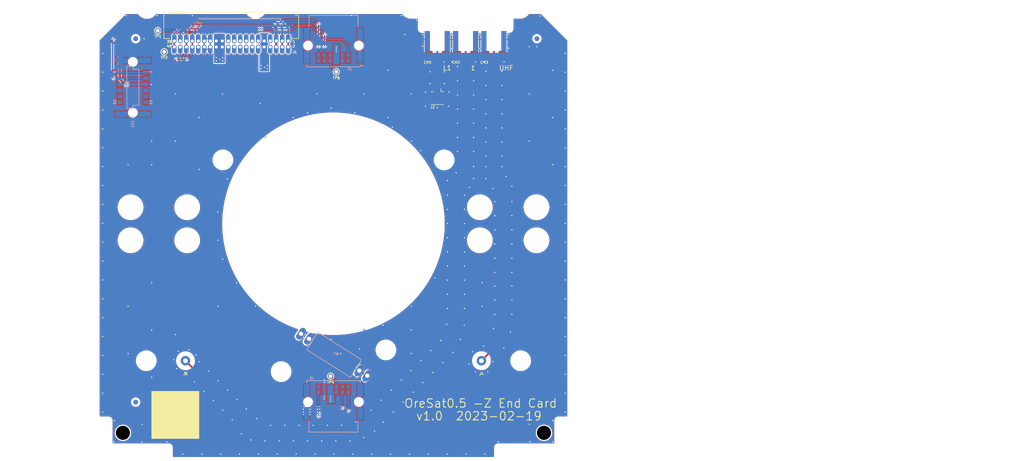
<source format=kicad_pcb>
(kicad_pcb (version 20221018) (generator pcbnew)
  (layers (0 "F.Cu" signal) (1 "In1.Cu" signal) (2 "In2.Cu" signal) (31 "B.Cu" signal) (34 "B.Paste" user) (35 "F.Paste" user) (36 "B.SilkS" user "B.Silkscreen") (37 "F.SilkS" user "F.Silkscreen") (38 "B.Mask" user) (39 "F.Mask" user) (44 "Edge.Cuts" user))
  (net 0 "")
  (net 1 "/CONNECTORS/MAG-SDA")
  (net 2 "GND")
  (net 3 "/CONNECTORS/MAG-SCL")
  (net 4 "/CONNECTORS/MAG-POWER")
  (net 9 "/L BAND/LBAND")
  (net 10 "/UHF/UHF")
  (net 11 "/CONNECTORS/~{SD}")
  (net 12 "/CONNECTORS/CAN1_H")
  (net 13 "/CONNECTORS/CAN1_L")
  (net 14 "/CONNECTORS/C3-UART-TX")
  (net 15 "/CONNECTORS/C3-UART-RX")
  (net 18 "/CONNECTORS/TURNSTILE-DEPLOY")
  (net 33 "/L1 BAND/L1BAND")
  (net 34 "VBUS")
  (net 35 "/CONNECTORS/+X_AUX")
  (net 36 "/CONNECTORS/-X_AUX")
  (footprint "MountingHole:MountingHole_5mm" (layer "F.Cu") (at 179.512902 99.005193)
    (fp_text reference "REF**" hide)
    (fp_text value "MountingHole_5mm")
  )
  (footprint "MountingHole:MountingHole_5mm" (layer "F.Cu") (at 105.512902 106.005193)
    (fp_text reference "REF**" hide)
    (fp_text value "MountingHole_5mm")
  )
  (footprint "oresat-connectors:J-MOLEX-SMPM-073300-002X" (layer "F.Cu") (at 176.500002 61.699993)
    (fp_text reference "CM2")
    (fp_text value "J-MOLEX-SMPM-73300-003X" hide)
  )
  (footprint "oresat-misc:TestPoint-0.75mm-th" (layer "F.Cu") (at 149.100002 70.299993 90)
    (fp_text reference "TP6")
    (fp_text value "TEST-POINT-LARGE-SQUARE" hide)
  )
  (footprint "MountingHole:MountingHole_5mm" (layer "F.Cu") (at 191.512902 99.005193)
    (fp_text reference "REF**" hide)
    (fp_text value "MountingHole_5mm")
  )
  (footprint "oresat-connectors:J-MOLEX-SMPM-073300-002X" (layer "F.Cu") (at 182.500002 61.699993)
    (fp_text reference "CM3")
    (fp_text value "J-MOLEX-SMPM-73300-003X" hide)
  )
  (footprint "MountingHole:MountingHole_5mm" (layer "F.Cu") (at 117.512902 99.005193)
    (fp_text reference "REF**" hide)
    (fp_text value "MountingHole_5mm")
  )
  (footprint "oresat-pcbs:ORESAT-CARD-V1.3-3RF" (layer "F.Cu") (at 148.5 102.5)
    (fp_text reference "PCB1" hide)
    (fp_text value "ORESAT-CARD-V1.3-GENERIC-3RF" hide)
    (fp_line (start -49.9 -39) (end -49.9 40.7) (stroke (width 0.001)) (layer "Edge.Cuts"))
    (fp_line (start -49.4 41.2) (end -47.65 41.2) (stroke (width 0.001)) (layer "Edge.Cuts"))
    (fp_line (start -47.15 41.7) (end -47.15 46.4) (stroke (width 0.001)) (layer "Edge.Cuts"))
    (fp_line (start -46.65 46.9) (end -34.9 46.9) (stroke (width 0.001)) (layer "Edge.Cuts"))
    (fp_line (start -44.1 -44.8) (end -49.9 -39) (stroke (width 0.001)) (layer "Edge.Cuts"))
    (fp_line (start -41.23205 -44.8) (end -44.1 -44.8) (stroke (width 0.001)) (layer "Edge.Cuts"))
    (fp_line (start -34.4 47.4) (end -34.4 49.3) (stroke (width 0.001)) (layer "Edge.Cuts"))
    (fp_line (start -33.9 49.8) (end 33.9 49.8) (stroke (width 0.001)) (layer "Edge.Cuts"))
    (fp_line (start -18.23205 -44.8) (end -37.76795 -44.8) (stroke (width 0.001)) (layer "Edge.Cuts"))
    (fp_line (start 14.76795 -44.8) (end -14.76795 -44.8) (stroke (width 0.001)) (layer "Edge.Cuts"))
    (fp_line (start 16.5 -43.8) (end 17.73205 -43.8) (stroke (width 0.001)) (layer "Edge.Cuts"))
    (fp_line (start 18.23205 -43.3) (end 18.23205 -41.3) (stroke (width 0.001)) (layer "Edge.Cuts"))
    (fp_line (start 18.73205 -40.8) (end 20.41 -40.8) (stroke (width 0.001)) (layer "Edge.Cuts"))
    (fp_line (start 20.41 -40.8) (end 20.41 -37.1) (stroke (width 0.001)) (layer "Edge.Cuts"))
    (fp_line (start 20.91 -36.6) (end 23.09 -36.6) (stroke (width 0.001)) (layer "Edge.Cuts"))
    (fp_line (start 23.59 -37.1) (end 23.59 -40.8) (stroke (width 0.001)) (layer "Edge.Cuts"))
    (fp_line (start 26.41 -40.8) (end 23.59 -40.8) (stroke (width 0.001)) (layer "Edge.Cuts"))
    (fp_line (start 26.41 -37.1) (end 26.41 -40.8) (stroke (width 0.001)) (layer "Edge.Cuts"))
    (fp_line (start 26.91 -36.6) (end 29.09 -36.6) (stroke (width 0.001)) (layer "Edge.Cuts"))
    (fp_line (start 29.59 -37.1) (end 29.59 -40.8) (stroke (width 0.001)) (layer "Edge.Cuts"))
    (fp_line (start 32.41 -40.8) (end 29.59 -40.8) (stroke (width 0.001)) (layer "Edge.Cuts"))
    (fp_line (start 32.41 -37.1) (end 32.41 -40.8) (stroke (width 0.001)) (layer "Edge.Cuts"))
    (fp_line (start 32.91 -36.6) (end 35.09 -36.6) (stroke (width 0.001)) (layer "Edge.Cuts"))
    (fp_line (start 34.4 49.3) (end 34.4 47.4) (stroke (width 0.001)) (layer "Edge.Cuts"))
    (fp_line (start 34.9 46.9) (end 46.65 46.9) (stroke (width 0.001)) (layer "Edge.Cuts"))
    (fp_line (start 35.59 -37.1) (end 35.59 -40.8) (stroke (width 0.001)) (layer "Edge.Cuts"))
    (fp_line (start 37.26795 -40.8) (end 35.59 -40.8) (stroke (width 0.001)) (layer "Edge.Cuts"))
    (fp_line (start 37.76795 -43.3) (end 37.76795 -41.3) (stroke (width 0.001)) (layer "Edge.Cuts"))
    (fp_line (start 39.5 -43.8) (end 38.26795 -43.8) (stroke (width 0.001)) (layer "Edge.Cuts"))
    (fp_line (start 44.1 -44.8) (end 41.23205 -44.8) (stroke (width 0.001)) (layer "Edge.Cuts"))
    (fp_line (start 47.15 46.4) (end 47.15 41.7) (stroke (width 0.001)) (layer "Edge.Cuts"))
    (fp_line (start 47.65 41.2) (end 49.4 41.2) (stroke (width 0.001)) (layer "Edge.Cuts"))
    (fp_line (start 49.9 -39) (end 44.1 -44.8) (stroke (width 0.001)) (layer "Edge.Cuts"))
    (fp_line (start 49.9 40.7) (end 49.9 -39) (stroke (width 0.001)) (layer "Edge.Cuts"))
    (fp_arc (start -49.4 41.2) (mid -49.753553 41.053553) (end -49.9 40.7) (stroke (width 0.001)) (layer "Edge.Cuts"))
    (fp_arc (start -47.65 41.2) (mid -47.296447 41.346447) (end -47.15 41.7) (stroke (width 0.001)) (layer "Edge.Cuts"))
    (fp_arc (start -46.65 46.9) (mid -47.003553 46.753553) (end -47.15 46.4) (stroke (width 0.001)) (layer "Edge.Cuts"))
    (fp_arc (start -37.767951 -44.799999) (mid -39.500001 -43.800001) (end -41.23205 -44.8) (stroke (width 0.001)) (layer "Edge.Cuts"))
    (fp_arc (start -34.9 46.9) (mid -34.546447 47.046447) (end -34.4 47.4) (stroke (width 0.001)) (layer "Edge.Cuts"))
    (fp_arc (start -33.9 49.8) (mid -34.253553 49.653553) (end -34.4 49.3) (stroke (width 0.001)) (layer "Edge.Cuts"))
    (fp_arc (start -14.767951 -44.799999) (mid -16.500001 -43.800001) (end -18.23205 -44.8) (stroke (width 0.001)) (layer "Edge.Cuts"))
    (fp_arc (start 16.499999 -43.8) (mid 15.5 -44.067949) (end 14.76795 -44.8) (stroke (width 0.001)) (layer "Edge.Cuts"))
    (fp_arc (start 17.73205 -43.8) (mid 18.085571 -43.653536) (end 18.23205 -43.3) (stroke (width 0.001)) (layer "Edge.Cuts"))
    (fp_arc (start 18.73205 -40.8) (mid 18.378529 -40.946464) (end 18.23205 -41.3) (stroke (width 0.001)) (layer "Edge.Cuts"))
    (fp_arc (start 20.91 -36.6) (mid 20.556447 -36.746447) (end 20.41 -37.1) (stroke (width 0.001)) (layer "Edge.Cuts"))
    (fp_arc (start 23.59 -37.1) (mid 23.443553 -36.746447) (end 23.09 -36.6) (stroke (width 0.001)) (layer "Edge.Cuts"))
    (fp_arc (start 26.91 -36.6) (mid 26.556447 -36.746447) (end 26.41 -37.1) (stroke (width 0.001)) (layer "Edge.Cuts"))
    (fp_arc (start 29.59 -37.1) (mid 29.443553 -36.746447) (end 29.09 -36.6) (stroke (width 0.001)) (layer "Edge.Cuts"))
    (fp_arc (start 32.91 -36.6) (mid 32.556447 -36.746447) (end 32.41 -37.1) (stroke (width 0.001)) (layer "Edge.Cuts"))
    (fp_arc (start 34.4 47.4) (mid 34.546447 47.046447) (end 34.9 46.9) (stroke (width 0.001)) (layer "Edge.Cuts"))
    (fp_arc (start 34.4 49.3) (mid 34.253553 49.653553) (end 33.9 49.8) (stroke (width 0.001)) (layer "Edge.Cuts"))
    (fp_arc (start 35.59 -37.1) (mid 35.443553 -36.746447) (end 35.09 -36.6) (stroke (width 0.001)) (layer "Edge.Cuts"))
    (fp_arc (start 37.76795 -43.3) (mid 37.914394 -43.653571) (end 38.26795 -43.8) (stroke (width 0.001)) (layer "Edge.Cuts"))
    (fp_arc (start 37.76795 -41.3) (mid 37.621506 -40.946429) (end 37.26795 -40.8) (stroke (width 0.001)) (layer "Edge.Cuts"))
    (fp_arc (start 41.232049 -44.8) (mid 40.499999 -44.06795) (end 39.5 -43.8) (stroke (width 0.001)) (layer "Edge.Cuts"))
    (fp_arc (start 47.15 41.7) (mid 47.296447 41.346447) (end 47.65 41.2) (stroke (width 0.001)) (layer "Edge.Cuts"))
    (fp_arc (start 47.15 46.4) (mid 47.003553 46.753553) (end 46.65 46.9) (stroke (width 0.001)) (layer "Edge.Cuts"))
    (fp_arc (start 49.9 40.7) (mid 49.753553 41.053553) (end 49.4 41.2) (stroke (width 0.001)) (layer "Edge.Cuts"))
  )
  (footprint "MountingHole:MountingHole_5mm" (layer "F.Cu") (at 179.512902 106.005193)
    (fp_text reference "REF**" hide)
    (fp_text value "MountingHole_5mm")
  )
  (footprint "oresat-connectors:J-SAMTEC-TFM-120-X1-XXX-D-RA" (layer "F.Cu") (at 126.846502 64.410793)
    (property "Value" "J-SAMTEC-TFM-120-01-L-D-RA")
    (fp_text reference "J1")
    (fp_text value "J-SAMTEC-TFM-120-01-L-D-RA")
  )
  (footprint "oresat-connectors:J-MOLEX-SMPM-073300-002X" (layer "F.Cu") (at 170.500009 61.700003)
    (fp_text reference "CM1")
    (fp_text value "J-MOLEX-SMPM-73300-003X" hide)
  )
  (footprint "oresat-misc:TestPoint-0.75mm-th" (layer "F.Cu") (at 111.300002 61.599993)
    (fp_text reference "TP1")
    (fp_text value "TEST-POINT-LARGE-SQUARE" hide)
  )
  (footprint "oresat-misc:TestPoint-0.75mm-th" (layer "F.Cu") (at 147.900002 134.799993 90)
    (fp_text reference "TP4")
    (fp_text value "TEST-POINT-LARGE-SQUARE" hide)
  )
  (footprint "Connector_Pin:Pin_D1.0mm_L10.0mm" (layer "F.Cu") (at 117.15 131.52272)
    (fp_text reference "J6")
    (fp_text value "L-Band Feed")
  )
  (footprint "Connector_Pin:Pin_D1.0mm_L10.0mm" (layer "F.Cu") (at 179.85 131.52272)
    (fp_text reference "J4")
    (fp_text value "UHF Feed")
  )
  (footprint "MountingHole:MountingHole_5mm" (layer "F.Cu") (at 117.512902 106.005193)
    (fp_text reference "REF**" hide)
    (fp_text value "MountingHole_5mm")
  )
  (footprint "MountingHole:MountingHole_5mm" (layer "F.Cu") (at 105.512902 99.005193)
    (fp_text reference "REF**" hide)
    (fp_text value "MountingHole_5mm")
  )
  (footprint "Fiducial:Fiducial_1mm_Mask2mm" (layer "F.Cu") (at 191.600002 63.299993)
    (fp_text reference "FID3" hide)
    (fp_text value "Fiducial")
  )
  (footprint "Connector_Coaxial:U.FL_Hirose_U.FL-R-SMT-1_Vertical" (layer "F.Cu") (at 170.5 75.4 -90)
    (fp_text reference "J2")
    (fp_text value "U.FL-R-SMT-1")
  )
  (footprint "MountingHole:MountingHole_5mm" (layer "F.Cu") (at 191.512902 106.005193)
    (fp_text reference "REF**" hide)
    (fp_text value "MountingHole_5mm")
  )
  (footprint "Fiducial:Fiducial_1mm_Mask2mm" (layer "F.Cu") (at 106.600002 140.299993)
    (fp_text reference "FID1" hide)
    (fp_text value "Fiducial")
  )
  (footprint "oresat-misc:TestPoint-0.75mm-th" (layer "F.Cu") (at 112.647902 66.087193)
    (fp_text reference "TP2")
    (fp_text value "TEST-POINT-LARGE-SQUARE" hide)
  )
  (footprint "Fiducial:Fiducial_1mm_Mask2mm" (layer "F.Cu") (at 106.600002 63.299993)
    (fp_text reference "FID2" hide)
    (fp_text value "Fiducial")
  )
  (footprint "Fiducial:Fiducial_1mm_Mask2mm" (layer "B.Cu") (at 106.600002 63.299993 -90)
    (fp_text reference "FID4" hide)
    (fp_text value "Fiducial")
  )
  (footprint "oresat-connectors:J-Harwin-M55-7101242R" (layer "B.Cu") (at 148.500002 140.249993 180)
    (fp_text reference "J3")
    (fp_text value "Harwin M55-7101242R" hide)
  )
  (footprint "oresat-misc:M2-Press-Fit-Nut" (layer "B.Cu") (at 188.15971 131.52272 180)
    (fp_text reference "HW1" hide)
    (fp_text value "M2-Press-Fit-Nut" hide)
  )
  (footprint "oresat-misc:M2-Press-Fit-Nut" (layer "B.Cu") (at 137.412902 133.834934 180)
    (fp_text reference "HW3" hide)
    (fp_text value "M2-Press-Fit-Nut" hide)
  )
  (footprint "oresat-misc:M2-Press-Fit-Nut" (layer "B.Cu") (at 171.950274 88.97362 180)
    (fp_text reference "HW5" hide)
    (fp_text value "M2-Press-Fit-Nut" hide)
  )
  (footprint "oresat-connectors:J-Harwin-M55-60X1242R" (layer "B.Cu") (at 106.000002 73.599993 -90)
    (fp_text reference "CF1")
    (fp_text value "J-HARWIN-M55-6001242R" hide)
  )
  (footprint "Fiducial:Fiducial_1mm_Mask2mm" (layer "B.Cu") (at 191.600002 63.299993 180)
    (fp_text reference "FID5" hide)
    (fp_text value "Fiducial")
  )
  (footprint "oresat-misc:M2-Press-Fit-Nut" (layer "B.Cu") (at 125.07553 88.97362 180)
    (fp_text reference "HW6" hide)
    (fp_text value "M2-Press-Fit-Nut" hide)
  )
  (footprint "oresat-misc:M2-Press-Fit-Nut" (layer "B.Cu") (at 159.612902 129.233485 180)
    (fp_text reference "HW2" hide)
    (fp_text value "M2-Press-Fit-Nut" hide)
  )
  (footprint "oresat-misc:M2-Press-Fit-Nut" (layer "B.Cu") (at 108.84029 131.52272 180)
    (fp_text reference "HW4" hide)
    (fp_text value "M2-Press-Fit-Nut" hide)
  )
  (footprint "Fiducial:Fiducial_1mm_Mask2mm" (layer "B.Cu") (at 106.600002 140.299993 180)
    (fp_text reference "FID6" hide)
    (fp_text value "Fiducial")
  )
  (footprint "oresat-connectors:J-Harwin-M55-7101242R" (layer "B.Cu") (at 148.5 64.75)
    (fp_text reference "J5")
    (fp_text value "Harwin M55-7101242R" hide)
  )
  (footprint "oresat-passives:R-PAC100-FOR-MELTWIRE" (layer "B.Cu") (at 148.65 130.25 -122.35)
    (fp_text reference "R1")
    (fp_text value "7.5 1W" hide)
  )
  (gr_rect (start 110 138) (end 120 148) (stroke (width 0.12)) (fill solid) (layer "F.SilkS"))
  (gr_circle (center 148.5 102.5) (end 171.7 102.5) (stroke (width 0.01)) (fill none) (layer "Edge.Cuts"))
  (gr_text "v1.0  2023-02-19" (at 165.9 144.3) (layer "F.SilkS") (effects (font (size 1.8 1.8) (thickness 0.2)) (justify left bottom)))
  (gr_text "OreSat0.5 -Z End Card" (at 163.4 141.6) (layer "F.SilkS") (effects (font (size 1.8 1.8) (thickness 0.2)) (justify left bottom)))
  (gr_text "L1\n" (at 172.6 69.5) (layer "F.SilkS") (effects (font (size 1 1))))
  (gr_text "L" (at 178.1 69.5) (layer "F.SilkS") (effects (font (size 1 1))))
  (gr_text "UHF" (at 185.1 69.5) (layer "F.SilkS") (effects (font (size 1 1))))
  (segment (start 106.049302 59.299993) (end 137.100002 59.299993) (width 0.3) (layer "F.Cu") (net 1))
  (segment (start 101.954502 63.394793) (end 106.049302 59.299993) (width 0.3) (layer "F.Cu") (net 1))
  (segment (start 137.100002 59.299993) (end 138.915002 61.114993) (width 0.3) (layer "F.Cu") (net 1))
  (segment (start 138.915002 61.114993) (end 138.915002 65.034993) (width 0.3) (layer "F.Cu") (net 1))
  (segment (start 101.929102 63.394793) (end 101.954502 63.394793) (width 0.3) (layer "F.Cu") (net 1))
  (via (at 101.929102 63.394793) (size 0.4572) (drill 0.254) (layers "F.Cu" "B.Cu") (net 1))
  (segment (start 101.700502 69.719393) (end 102.406102 70.424993) (width 0.3) (layer "B.Cu") (net 1))
  (segment (start 101.929102 63.394793) (end 101.700502 63.623393) (width 0.3) (layer "B.Cu") (net 1))
  (segment (start 102.406102 70.424993) (end 108.750002 70.424993) (width 0.3) (layer "B.Cu") (net 1))
  (segment (start 101.700502 63.623393) (end 101.700502 69.719393) (width 0.3) (layer "B.Cu") (net 1))
  (via (at 182.3 95.05) (size 0.4572) (drill 0.254) (layers "F.Cu" "B.Cu") (net 2))
  (via (at 180.8 88.2) (size 0.4572) (drill 0.254) (layers "F.Cu" "B.Cu") (net 2))
  (via (at 176.25 102.45) (size 0.4572) (drill 0.254) (layers "F.Cu" "B.Cu") (net 2))
  (via (at 184.2 79.2) (size 0.4572) (drill 0.254) (layers "F.Cu" "B.Cu") (net 2))
  (via (at 160 70) (size 0.4572) (drill 0.254) (layers "F.Cu" "B.Cu") (net 2))
  (via (at 197.600002 90.399993) (size 0.4572) (drill 0.254) (layers "F.Cu" "B.Cu") (net 2))
  (via (at 152 148.5) (size 0.4572) (drill 0.254) (layers "F.Cu" "B.Cu") (net 2))
  (via (at 155 125) (size 0.4572) (drill 0.254) (layers "F.Cu" "B.Cu") (net 2))
  (via (at 159 124) (size 0.4572) (drill 0.254) (layers "F.Cu" "B.Cu") (net 2))
  (via (at 125 110) (size 0.4572) (drill 0.254) (layers "F.Cu" "B.Cu") (net 2))
  (via (at 99.600002 114.399993) (size 0.4572) (drill 0.254) (layers "F.Cu" "B.Cu") (net 2))
  (via (at 108 145) (size 0.4572) (drill 0.254) (layers "F.Cu" "B.Cu") (net 2))
  (via (at 180.8 70.2) (size 0.4572) (drill 0.254) (layers "F.Cu" "B.Cu") (net 2))
  (via (at 172.9 77.6) (size 0.4572) (drill 0.254) (layers "F.Cu" "B.Cu") (net 2))
  (via (at 180.3 128.4) (size 0.4572) (drill 0.254) (layers "F.Cu" "B.Cu") (net 2))
  (via (at 140.600002 58.399993) (size 0.4572) (drill 0.254) (layers "F.Cu" "B.Cu") (net 2))
  (via (at 171.956902 68.195393) (size 0.4572) (drill 0.254) (layers "F.Cu" "B.Cu") (net 2))
  (via (at 107.900002 148.699993) (size 0.4572) (drill 0.254) (layers "F.Cu" "B.Cu") (net 2))
  (via (at 109.900002 72.999993) (size 0.4572) (drill 0.254) (layers "F.Cu" "B.Cu") (net 2))
  (via (at 124 120) (size 0.4572) (drill 0.254) (layers "F.Cu" "B.Cu") (net 2))
  (via (at 182.7 103.8) (size 0.4572) (drill 0.254) (layers "F.Cu" "B.Cu") (net 2))
  (via (at 180.8 90.4) (size 0.4572) (drill 0.254) (layers "F.Cu" "B.Cu") (net 2))
  (via (at 99.600002 102.399993) (size 0.4572) (drill 0.254) (layers "F.Cu" "B.Cu") (net 2))
  (via (at 160.742641 137.757359) (size 0.4572) (drill 0.254) (layers "F.Cu" "B.Cu") (net 2))
  (via (at 172 70.3) (size 0.4572) (drill 0.254) (layers "F.Cu" "B.Cu") (net 2))
  (via (at 99.600002 122.399993) (size 0.4572) (drill 0.254) (layers "F.Cu" "B.Cu") (net 2))
  (via (at 169.566905 134.024264) (size 0.4572) (drill 0.254) (layers "F.Cu" "B.Cu") (net 2))
  (via (at 180 120) (size 0.4572) (drill 0.254) (layers "F.Cu" "B.Cu") (net 2))
  (via (at 110 115) (size 0.4572) (drill 0.254) (layers "F.Cu" "B.Cu") (net 2))
  (via (at 180.8 92.95) (size 0.4572) (drill 0.254) (layers "F.Cu" "B.Cu") (net 2))
  (via (at 172.5 123.8) (size 0.4572) (drill 0.254) (layers "F.Cu" "B.Cu") (net 2))
  (via (at 170 114) (size 0.4572) (drill 0.254) (layers "F.Cu" "B.Cu") (net 2))
  (via (at 166.100002 59.399993) (size 0.4572) (drill 0.254) (layers "F.Cu" "B.Cu") (net 2))
  (via (at 122.05 133.75) (size 0.4572) (drill 0.254) (layers "F.Cu" "B.Cu") (net 2))
  (via (at 197.600002 142.399993) (size 0.4572) (drill 0.254) (layers "F.Cu" "B.Cu") (net 2))
  (via (at 140 80) (size 0.4572) (drill 0.254) (layers "F.Cu" "B.Cu") (net 2))
  (via (at 105 130) (size 0.4572) (drill 0.254) (layers "F.Cu" "B.Cu") (net 2))
  (via (at 197.600002 66.399993) (size 0.4572) (drill 0.254) (layers "F.Cu" "B.Cu") (net 2))
  (via (at 150 130) (size 0.4572) (drill 0.254) (layers "F.Cu" "B.Cu") (net 2))
  (via (at 186.3 94.55) (size 0.4572) (drill 0.254) (layers "F.Cu" "B.Cu") (net 2))
  (via (at 197.600002 106.399993) (size 0.4572) (drill 0.254) (layers "F.Cu" "B.Cu") (net 2))
  (via (at 159.045584 144.545584) (size 0.4572) (drill 0.254) (layers "F.Cu" "B.Cu") (net 2))
  (via (at 117.05 134) (size 0.4572) (drill 0.254) (layers "F.Cu" "B.Cu") (net 2))
  (via (at 164.9 133.6) (size 0.4572) (drill 0.254) (layers "F.Cu" "B.Cu") (net 2))
  (via (at 99.600002 70.399993) (size 0.4572) (drill 0.254) (layers "F.Cu" "B.Cu") (net 2))
  (via (at 161.166905 142.424264) (size 0.4572) (drill 0.254) (layers "F.Cu" "B.Cu") (net 2))
  (via (at 168 77.6) (size 0.4572) (drill 0.254) (layers "F.Cu" "B.Cu") (net 2))
  (via (at 176.25 96.45) (size 0.4572) (drill 0.254) (layers "F.Cu" "B.Cu") (net 2))
  (via (at 190.100002 148.699993) (size 0.4572) (drill 0.254) (layers "F.Cu" "B.Cu") (net 2))
  (via (at 168 74.6) (size 0.4572) (drill 0.254) (layers "F.Cu" "B.Cu") (net 2))
  (via (at 183.400002 148.699993) (size 0.4572) (drill 0.254) (layers "F.Cu" "B.Cu") (net 2))
  (via (at 140 148.5) (size 0.4572) (drill 0.254) (layers "F.Cu" "B.Cu") (net 2))
  (via (at 140.600002 151.299993) (size 0.4572) (drill 0.254) (layers "F.Cu" "B.Cu") (net 2))
  (via (at 128.05 139.75) (size 0.4572) (drill 0.254) (layers "F.Cu" "B.Cu") (net 2))
  (via (at 110 125) (size 0.4572) (drill 0.254) (layers "F.Cu" "B.Cu") (net 2))
  (via (at 99.600002 90.399993) (size 0.4572) (drill 0.254) (layers "F.Cu" "B.Cu") (net 2))
  (via (at 197.600002 98.399993) (size 0.4572) (drill 0.254) (layers "F.Cu" "B.Cu") (net 2))
  (via (at 175.4 127) (size 0.4572) (drill 0.254) (layers "F.Cu" "B.Cu") (net 2))
  (via (at 105 120) (size 0.4572) (drill 0.254) (layers "F.Cu" "B.Cu") (net 2))
  (via (at 126.05 137.75) (size 0.4572) (drill 0.254) (layers "F.Cu" "B.Cu") (net 2))
  (via (at 174.8 72.2) (size 0.4572) (drill 0.254) (layers "F.Cu" "B.Cu") (net 2))
  (via (at 186.3 109.8) (size 0.4572) (drill 0.254) (layers "F.Cu" "B.Cu") (net 2))
  (via (at 176.25 99.45) (size 0.4572) (drill 0.254) (layers "F.Cu" "B.Cu") (net 2))
  (via (at 149 148.5) (size 0.4572) (drill 0.254) (layers "F.Cu" "B.Cu") (net 2))
  (via (at 173.500002 62.399993) (size 0.4572) (drill 0.254) (layers "F.Cu" "B.Cu") (net 2))
  (via (at 145 75) (size 0.4572) (drill 0.254) (layers "F.Cu" "B.Cu") (net 2))
  (via (at 99.600002 86.399993) (size 0.4572) (drill 0.254) (layers "F.Cu" "B.Cu") (net 2))
  (via (at 147.2 145.2) (size 0.4572) (drill 0.254) (layers "F.Cu" "B.Cu") (net 2))
  (via (at 120 91) (size 0.4572) (drill 0.254) (layers "F.Cu" "B.Cu") (net 2))
  (via (at 121.05 138) (size 0.4572) (drill 0.254) (layers "F.Cu" "B.Cu") (net 2))
  (via (at 176.25 108.45) (size 0.4572) (drill 0.254) (layers "F.Cu" "B.Cu") (net 2))
  (via (at 167.400002 62.399993) (size 0.4572) (drill 0.254) (layers "F.Cu" "B.Cu") (net 2))
  (via (at 113.200002 148.699993) (size 0.4572) (drill 0.254) (layers "F.Cu" "B.Cu") (net 2))
  (via (at 134 148.5) (size 0.4572) (drill 0.254) (layers "F.Cu" "B.Cu") (net 2))
  (via (at 197.600002 94.399993) (size 0.4572) (drill 0.254) (layers "F.Cu" "B.Cu") (net 2))
  (via (at 110 135) (size 0.4572) (drill 0.254) (layers "F.Cu" "B.Cu") (net 2))
  (via (at 129 147) (size 0.4572) (drill 0.254) (layers "F.Cu" "B.Cu") (net 2))
  (via (at 171.263961 127.236039) (size 0.4572) (drill 0.254) (layers "F.Cu" "B.Cu") (net 2))
  (via (at 124 100) (size 0.4572) (drill 0.254) (layers "F.Cu" "B.Cu") (net 2))
  (via (at 177.3 94.8) (size 0.4572) (drill 0.254) (layers "F.Cu" "B.Cu") (net 2))
  (via (at 172.65 117.45) (size 0.4572) (drill 0.254) (layers "F.Cu" "B.Cu") (net 2))
  (via (at 180.600002 151.299993) (size 0.4572) (drill 0.254) (layers "F.Cu" "B.Cu") (net 2))
  (via (at 184.2 70.2) (size 0.4572) (drill 0.254) (layers "F.Cu" "B.Cu") (net 2))
  (via (at 165.409545 138.181623) (size 0.4572) (drill 0.254) (layers "F.Cu" "B.Cu") (net 2))
  (via (at 182.7 118.7) (size 0.4572) (drill 0.254) (layers "F.Cu" "B.Cu") (net 2))
  (via (at 197.600002 86.399993) (size 0.4572) (drill 0.254) (layers "F.Cu" "B.Cu") (net 2))
  (via (at 138.2 145.2) (size 0.4572) (drill 0.254) (layers "F.Cu" "B.Cu") (net 2))
  (via (at 174.8 84.2) (size 0.4572) (drill 0.254) (layers "F.Cu" "B.Cu") (net 2))
  (via (at 99.600002 82.399993) (size 0.4572) (drill 0.254) (layers "F.Cu" "B.Cu") (net 2))
  (via (at 184.2 76.2) (size 0.4572) (drill 0.254) (layers "F.Cu" "B.Cu") (net 2))
  (via (at 158.62132 139.87868) (size 0.4572) (drill 0.254) (layers "F.Cu" "B.Cu") (net 2))
  (via (at 110 90) (size 0.4572) (drill 0.254) (layers "F.Cu" "B.Cu") (net 2))
  (via (at 131 148.3) (size 0.4572) (drill 0.254) (layers "F.Cu" "B.Cu") (net 2))
  (via (at 165 130) (size 0.4572) (drill 0.254) (layers "F.Cu" "B.Cu") (net 2))
  (via (at 180.8 79.2) (size 0.4572) (drill 0.254) (layers "F.Cu" "B.Cu") (net 2))
  (via (at 169 70.3) (size 0.4572) (drill 0.254) (layers "F.Cu" "B.Cu") (net 2))
  (via (at 178.6 133.9) (size 0.4572) (drill 0.254) (layers "F.Cu" "B.Cu") (net 2))
  (via (at 120.600002 151.299993) (size 0.4572) (drill 0.254) (layers "F.Cu" "B.Cu") (net 2))
  (via (at 197.600002 122.399993) (size 0.4572) (drill 0.254) (layers "F.Cu" "B.Cu") (net 2))
  (via (at 180.8 85.2) (size 0.4572) (drill 0.254) (layers "F.Cu" "B.Cu") (net 2))
  (via (at 184.2 73.2) (size 0.4572) (drill 0.254) (layers "F.Cu" "B.Cu") (net 2))
  (via (at 197.600002 82.399993) (size 0.4572) (drill 0.254) (layers "F.Cu" "B.Cu") (net 2))
  (via (at 176.25 105.45) (size 0.4572) (drill 0.254) (layers "F.Cu" "B.Cu") (net 2))
  (via (at 190 85) (size 0.4572) (drill 0.254) (layers "F.Cu" "B.Cu") (net 2))
  (via (at 161 82) (size 0.4572) (drill 0.254) (layers "F.Cu" "B.Cu") (net 2))
  (via (at 186.3 121.7) (size 0.4572) (drill 0.254) (layers "F.Cu" "B.Cu") (net 2))
  (via (at 184.656902 68.195393) (size 0.4572) (drill 0.254) (layers "F.Cu" "B.Cu") (net 2))
  (via (at 148 78) (size 0.4572) (drill 0.254) (layers "F.Cu" "B.Cu") (net 2))
  (via (at 182.7 121.7) (size 0.4572) (drill 0.254) (layers "F.Cu" "B.Cu") (net 2))
  (via (at 119.4 130.3) (size 0.4572) (drill 0.254) (layers "F.Cu" "B.Cu") (net 2))
  (via (at 178.2 75.2) (size 0.4572) (drill 0.254) (layers "F.Cu" "B.Cu") (net 2))
  (via (at 111.100002 58.399993) (size 0.4572) (drill 0.254) (layers "F.Cu" "B.Cu") (net 2))
  (via (at 144.600002 151.299993) (size 0.4572) (drill 0.254) (layers "F.Cu" "B.Cu") (net 2))
  (via (at 123.05 140) (size 0.4572) (drill 0.254) (layers "F.Cu" "B.Cu") (net 2))
  (via (at 176.25 120.45) (size 0.4572) (drill 0.254) (layers "F.Cu" "B.Cu") (net 2))
  (via (at 185.600002 65.299993) (size 0.4572) (drill 0.254) (layers "F.Cu" "B.Cu") (net 2))
  (via (at 195 90) (size 0.4572) (drill 0.254) (layers "F.Cu" "B.Cu") (net 2))
  (via (at 128.600002 151.299993) (size 0.4572) (drill 0.254) (layers "F.Cu" "B.Cu") (net 2))
  (via (at 172 72.8) (size 0.4572) (drill 0.254) (layers "F.Cu" "B.Cu") (net 2))
  (via (at 132 120) (size 0.4572) (drill 0.254) (layers "F.Cu" "B.Cu") (net 2))
  (via (at 156.600002 151.299993) (size 0.4572) (drill 0.254) (layers "F.Cu" "B.Cu") (net 2))
  (via (at 178.2 69.2) (size 0.4572) (drill 0.254) (layers "F.Cu" "B.Cu") (net 2))
  (via (at 178.2 92.95) (size 0.4572) (drill 0.254) (layers "F.Cu" "B.Cu") (net 2))
  (via (at 117.9 129.2) (size 0.4572) (drill 0.254) (layers "F.Cu" "B.Cu") (net 2))
  (via (at 171.688225 131.902944) (size 0.4572) (drill 0.254) (layers "F.Cu" "B.Cu") (net 2))
  (via (at 167.400002 64.899993) (size 0.4572) (drill 0.254) (layers "F.Cu" "B.Cu") (net 2))
  (via (at 153.2 144.5) (size 0.4572) (drill 0.254) (layers "F.Cu" "B.Cu") (net 2))
  (via (at 176.25 114.45) (size 0.4572) (drill 0.254) (layers "F.Cu" "B.Cu") (net 2))
  (via (at 115 126) (size 0.4572) (drill 0.254) (layers "F.Cu" "B.Cu") (net 2))
  (via (at 182.4 124.7) (size 0.4572) (drill 0.254) (layers "F.Cu" "B.Cu") (net 2))
  (via (at 184.2 82.2) (size 0.4572) (drill 0.254) (layers "F.Cu" "B.Cu") (net 2))
  (via (at 146.577302 139.598593) (size 0.4572) (drill 0.254) (layers "F.Cu" "B.Cu") (net 2))
  (via (at 163.600002 62.399993) (size 0.4572) (drill 0.254) (layers "F.Cu" "B.Cu") (net 2))
  (via (at 182.7 106.8) (size 0.4572) (drill 0.254) (layers "F.Cu" "B.Cu") (net 2))
  (via (at 169.035902 68.195393) (size 0.4572) (drill 0.254) (layers "F.Cu" "B.Cu") (net 2))
  (via (at 174.8 87.2) (size 0.4572) (drill 0.254) (layers "F.Cu" "B.Cu") (net 2))
  (via (at 135.2 145.2) (size 0.4572) (drill 0.254) (layers "F.Cu" "B.Cu") (net 2))
  (via (at 186.3 103.8) (size 0.4572) (drill 0.254) (layers "F.Cu" "B.Cu") (net 2))
  (via (at 197.600002 114.399993) (size 0.4572) (drill 0.254) (layers "F.Cu" "B.Cu") (net 2))
  (via (at 99.600002 74.399993) (size 0.4572) (drill 0.254) (layers "F.Cu" "B.Cu") (net 2))
  (via (at 172.65 99.45) (size 0.4572) (drill 0.254) (layers "F.Cu" "B.Cu") (net 2))
  (via (at 130.05 141.75) (size 0.4572) (drill 0.254) (layers "F.Cu" "B.Cu") (net 2))
  (via (at 99.600002 106.399993) (size 0.4572) (drill 0.254) (layers "F.Cu" "B.Cu") (net 2))
  (via (at 195 70) (size 0.4572) (drill 0.254) (layers "F.Cu" "B.Cu") (net 2))
  (via (at 99.600002 118.399993) (size 0.4572) (drill 0.254) (layers "F.Cu" "B.Cu") (net 2))
  (via (at 104.600002 58.399993) (size 0.4572) (drill 0.254) (layers "F.Cu" "B.Cu") (net 2))
  (via (at 195 80) (size 0.4572) (drill 0.254) (layers "F.Cu" "B.Cu") (net 2))
  (via (at 99.600002 142.399993) (size 0.4572) (drill 0.254) (layers "F.Cu" "B.Cu") (net 2))
  (via (at 102.100002 144.199993) (size 0.4572) (drill 0.254) (layers "F.Cu" "B.Cu") (net 2))
  (via (at 133 77) (size 0.4572) (drill 0.254) (layers "F.Cu" "B.Cu") (net 2))
  (via (at 115 75) (size 0.4572) (drill 0.254) (layers "F.Cu" "B.Cu") (net 2))
  (via (at 162.863961 135.636039) (size 0.4572) (drill 0.254) (layers "F.Cu" "B.Cu") (net 2))
  (via (at 114.65 131.3) (size 0.4572) (drill 0.254) (layers "F.Cu" "B.Cu") (net 2))
  (via (at 185.600002 62.399993) (size 0.4572) (drill 0.254) (layers "F.Cu" "B.Cu") (net 2))
  (via (at 172.65 114.45) (size 0.4572) (drill 0.254) (layers "F.Cu" "B.Cu") (net 2))
  (via (at 197.600002 74.399993) (size 0.4572) (drill 0.254) (layers "F.Cu" "B.Cu") (net 2))
  (via (at 176.25 117.45) (size 0.4572) (drill 0.254) (layers "F.Cu" "B.Cu") (net 2))
  (via (at 173 74.6) (size 0.4572) (drill 0.254) (layers "F.Cu" "B.Cu") (net 2))
  (via (at 120 80) (size 0.4572) (drill 0.254) (layers "F.Cu" "B.Cu") (net 2))
  (via (at 172.65 111.45) (size 0.4572) (drill 0.254) (layers "F.Cu" "B.Cu") (net 2))
  (via (at 184.2 88.2) (size 0.4572) (drill 0.254) (layers "F.Cu" "B.Cu") (net 2))
  (via (at 108.400002 63.299993) (size 0.4572) (drill 0.254) (layers "F.Cu" "B.Cu") (net 2))
  (via (at 155 75) (size 0.4572) (drill 0.254) (layers "F.Cu" "B.Cu") (net 2))
  (via (at 186.3 118.7) (size 0.4572) (drill 0.254) (layers "F.Cu" "B.Cu") (net 2))
  (via (at 186.3 112.8) (size 0.4572) (drill 0.254) (layers "F.Cu" "B.Cu") (net 2))
  (via (at 184.2 90.4) (size 0.4572) (drill 0.254) (layers "F.Cu" "B.Cu") (net 2))
  (via (at 179.500002 65.399993) (size 0.4572) (drill 0.254) (layers "F.Cu" "B.Cu") (net 2))
  (via (at 153 79) (size 0.4572) (drill 0.254) (layers "F.Cu" "B.Cu") (net 2))
  (via (at 116.600002 151.299993) (size 0.4572) (drill 0.254) (layers "F.Cu" "B.Cu") (net 2))
  (via (at 180.8 73.2) (size 0.4572) (drill 0.254) (layers "F.Cu" "B.Cu") (net 2))
  (via (at 186 125.4) (size 0.4572) (drill 0.254) (layers "F.Cu" "B.Cu") (net 2))
  (via (at 178.2 84.2) (size 0.4572) (drill 0.254) (layers "F.Cu" "B.Cu") (net 2))
  (via (at 124.600002 151.299993) (size 0.4572) (drill 0.254) (layers "F.Cu" "B.Cu") (net 2))
  (via (at 172.600002 151.299993) (size 0.4572) (drill 0.254) (layers "F.Cu" "B.Cu") (net 2))
  (via (at 115.3 133.2) (size 0.4572) (drill 0.254) (layers "F.Cu" "B.Cu") (net 2))
  (via (at 167.02132 131.47868) (size 0.4572) (drill 0.254) (layers "F.Cu" "B.Cu") (net 2))
  (via (at 172.65 105.45) (size 0.4572) (drill 0.254) (layers "F.Cu" "B.Cu") (net 2))
  (via (at 99.600002 134.399993) (size 0.4572) (drill 0.254) (layers "F.Cu" "B.Cu") (net 2))
  (via (at 176.2 124) (size 0.4572) (drill 0.254) (layers "F.Cu" "B.Cu") (net 2))
  (via (at 179.500002 62.399993) (size 0.4572) (drill 0.254) (layers "F.Cu" "B.Cu") (net 2))
  (via (at 180.542102 68.195393) (size 0.4572) (drill 0.254) (layers "F.Cu" "B.Cu") (net 2))
  (via (at 169.142641 129.357359) (size 0.4572) (drill 0.254) (layers "F.Cu" "B.Cu") (net 2))
  (via (at 197.600002 130.399993) (size 0.4572) (drill 0.254) (layers "F.Cu" "B.Cu") (net 2))
  (via (at 173.6 68.2) (size 0.4572) (drill 0.254) (layers "F.Cu" "B.Cu") (net 2))
  (via (at 173.809545 129.781623) (size 0.4572) (drill 0.254) (layers "F.Cu" "B.Cu") (net 2))
  (via (at 128 115) (size 0.4572) (drill 0.254) (layers "F.Cu" "B.Cu") (net 2))
  (via (at 143 79) (size 0.4572) (drill 0.254) (layers "F.Cu" "B.Cu") (net 2))
  (via (at 165 120) (size 0.4572) (drill 0.254) (layers "F.Cu" "B.Cu") (net 2))
  (via (at 197.600002 110.399993) (size 0.4572) (drill 0.254) (layers "F.Cu" "B.Cu") (net 2))
  (via (at 172.65 120.45) (size 0.4572) (drill 0.254) (layers "F.Cu" "B.Cu") (net 2))
  (via (at 182.3 131.7) (size 0.4572) (drill 0.254) (layers "F.Cu" "B.Cu") (net 2))
  (via (at 115 85) (size 0.4572) (drill 0.254) (layers "F.Cu" "B.Cu") (net 2))
  (via (at 124.05 135.75) (size 0.4572) (drill 0.254) (layers "F.Cu" "B.Cu") (net 2))
  (via (at 184.6 128.8) (size 0.4572) (drill 0.254) (layers "F.Cu" "B.Cu") (net 2))
  (via (at 185.1 92.5) (size 0.4572) (drill 0.254) (layers "F.Cu" "B.Cu") (net 2))
  (via (at 115.6 129.5) (size 0.4572) (drill 0.254) (layers "F.Cu" "B.Cu") (net 2))
  (via (at 197.600002 138.399993) (size 0.4572) (drill 0.254) (layers "F.Cu" "B.Cu") (net 2))
  (via (at 120.05 131.75) (size 0.4572) (drill 0.254) (layers "F.Cu" "B.Cu") (net 2))
  (via (at 144.2 145.2) (size 0.4572) (drill 0.254) (layers "F.Cu" "B.Cu") (net 2))
  (via (at 178.2 72.2) (size 0.4572) (drill 0.254) (layers "F.Cu" "B.Cu") (net 2))
  (via (at 146.577302 135.598593) (size 0.4572) (drill 0.254) (layers "F.Cu" "B.Cu") (net 2))
  (via (at 184.2 85.2) (size 0.4572) (drill 0.254) (layers "F.Cu" "B.Cu") (net 2))
  (via (at 125 75) (size 0.4572) (drill 0.254) (layers "F.Cu" "B.Cu") (net 2))
  (via (at 182.7 109.8) (size 0.4572) (drill 0.254) (layers "F.Cu" "B.Cu") (net 2))
  (via (at 182.7 112.8) (size 0.4572) (drill 0.254) (layers "F.Cu" "B.Cu") (net 2))
  (via (at 178.2 90.4) (size 0.4572) (drill 0.254) (layers "F.Cu" "B.Cu") (net 2))
  (via (at 172.65 96.45) (size 0.4572) (drill 0.254) (layers "F.Cu" "B.Cu") (net 2))
  (via (at 164.600002 151.299993) (size 0.4572) (drill 0.254) (layers "F.Cu" "B.Cu") (net 2))
  (via (at 178.2 87.2) (size 0.4572) (drill 0.254) (layers "F.Cu" "B.Cu") (net 2))
  (via (at 190 145) (size 0.4572) (drill 0.254) (layers "F.Cu" "B.Cu") (net 2))
  (via (at 163.288225 140.302944) (size 0.4572) (drill 0.254) (layers "F.Cu" "B.Cu") (net 2))
  (via (at 169 72.8) (size 0.4572) (drill 0.254) (layers "F.Cu" "B.Cu") (net 2))
  (via (at 174.8 69.2) (size 0.4572) (drill 0.254) (layers "F.Cu" "B.Cu") (net 2))
  (via (at 174.8 75.2) (size 0.4572) (drill 0.254) (layers "F.Cu" "B.Cu") (net 2))
  (via (at 141.2 145.2) (size 0.4572) (drill 0.254) (layers "F.Cu" "B.Cu") (net 2))
  (via (at 118.600002 58.399993) (size 0.4572) (drill 0.254) (layers "F.Cu" "B.Cu") (net 2))
  (via (at 115.05 144) (size 0.4572) (drill 0.254) (layers "F.Cu" "B.Cu") (net 2))
  (via (at 125.05 142) (size 0.4572) (drill 0.254) (layers "F.Cu" "B.Cu") (net 2))
  (via (at 165 75) (size 0.4572) (drill 0.254) (layers "F.Cu" "B.Cu") (net 2))
  (via (at 152.300002 58.399993) (size 0.4572) (drill 0.254) (layers "F.Cu" "B.Cu") (net 2))
  (via (at 119.05 136) (size 0.4572) (drill 0.254) (layers "F.Cu" "B.Cu") (net 2))
  (via (at 150.2 145.2) (size 0.4572) (drill 0.254) (layers "F.Cu" "B.Cu") (net 2))
  (via (at 99.600002 78.399993) (size 0.4572) (drill 0.254) (layers "F.Cu" "B.Cu") (net 2))
  (via (at 157.2 146.4) (size 0.4572) (drill 0.254) (layers "F.Cu" "B.Cu") (net 2))
  (via (at 172.65 93.35) (size 0.4572) (drill 0.254) (layers "F.Cu" "B.Cu") (net 2))
  (via (at 146.577302 136.098593) (size 0.4572) (drill 0.254) (layers "F.Cu" "B.Cu") (net 2))
  (via (at 124 106) (size 0.4572) (drill 0.254) (layers "F.Cu" "B.Cu") (net 2))
  (via (at 154 129) (size 0.4572) (drill 0.254) (layers "F.Cu" "B.Cu") (net 2))
  (via (at 99.600002 126.399993) (size 0.4572) (drill 0.254) (layers "F.Cu" "B.Cu") (net 2))
  (via (at 197.600002 134.399993) (size 0.4572) (drill 0.254) (layers "F.Cu" "B.Cu") (net 2))
  (via (at 190 65) (size 0.4572) (drill 0.254) (layers "F.Cu" "B.Cu") (net 2))
  (via (at 192.300002 58.499993) (size 0.4572) (drill 0.254) (layers "F.Cu" "B.Cu") (net 2))
  (via (at 156.5 142) (size 0.4572) (drill 0.254) (layers "F.Cu" "B.Cu") (net 2))
  (via (at 165 85) (size 0.4572) (drill 0.254) (layers "F.Cu" "B.Cu") (net 2))
  (via (at 136.600002 151.299993) (size 0.4572) (drill 0.254) (layers "F.Cu" "B.Cu") (net 2))
  (via (at 99.600002 98.399993) (size 0.4572) (drill 0.254) (layers "F.Cu" "B.Cu") (net 2))
  (via (at 197.600002 126.399993) (size 0.4572) (drill 0.254) (layers "F.Cu" "B.Cu") (net 2))
  (via (at 195.000002 148.699993) (size 0.4572) (drill 0.254) (layers "F.Cu" "B.Cu") (net 2))
  (via (at 186.3 115.7) (size 0.4572) (drill 0.254) (layers "F.Cu" "B.Cu") (net 2))
  (via (at 176.600002 151.299993) (size 0.4572) (drill 0.254) (layers "F.Cu" "B.Cu") (net 2))
  (via (at 110 85) (size 0.4572) (drill 0.254) (layers "F.Cu" "B.Cu") (net 2))
  (via (at 137 148.5) (size 0.4572) (drill 0.254) (layers "F.Cu" "B.Cu") (net 2))
  (via (at 154.9 147.8) (size 0.4572) (drill 0.254) (layers "F.Cu" "B.Cu") (net 2))
  (via (at 105 90) (size 0.4572) (drill 0.254) (layers "F.Cu" "B.Cu") (net 2))
  (via (at 178.6 68.2) (size 0.4572) (drill 0.254) (layers "F.Cu" "B.Cu") (net 2))
  (via (at 162.900002 58.399993) (size 0.4572) (drill 0.254) (layers "F.Cu" "B.Cu") (net 2))
  (via (at 181.2 133.9) (size 0.4572) (drill 0.254) (layers "F.Cu" "B.Cu") (net 2))
  (via (at 177.2 132.2) (size 0.4572) (drill 0.254) (layers "F.Cu" "B.Cu") (net 2))
  (via (at 186.3 97.8) (size 0.4572) (drill 0.254) (layers "F.Cu" "B.Cu") (net 2))
  (via (at 127.05 144) (size 0.4572) (drill 0.254) (layers "F.Cu" "B.Cu") (net 2))
  (via (at 180.8 76.2) (size 0.4572) (drill 0.254) (layers "F.Cu" "B.Cu") (net 2))
  (via (at 180 115) (size 0.4572) (drill 0.254) (layers "F.Cu" "B.Cu") (net 2))
  (via (at 178 129.6) (size 0.4572) (drill 0.254) (layers "F.Cu" "B.Cu") (net 2))
  (via (at 167 87) (size 0.4572) (drill 0.254) (layers "F.Cu" "B.Cu") (net 2))
  (via (at 160.600002 151.299993) (size 0.4572) (drill 0.254) (layers "F.Cu" "B.Cu") (net 2))
  (via (at 143 148.5) (size 0.4572) (drill 0.254) (layers "F.Cu" "B.Cu") (net 2))
  (via (at 182.7 115.7) (size 0.4572) (drill 0.254) (layers "F.Cu" "B.Cu") (net 2))
  (via (at 132.25 143.8) (size 0.4572) (drill 0.254) (layers "F.Cu" "B.Cu") (net 2))
  (via (at 146 148.5) (size 0.4572) (drill 0.254) (layers "F.Cu" "B.Cu") (net 2))
  (via (at 174.8 78.2) (size 0.4572) (drill 0.254) (layers "F.Cu" "B.Cu") (net 2))
  (via (at 172.65 102.45) (size 0.4572) (drill 0.254) (layers "F.Cu" "B.Cu") (net 2))
  (via (at 180.8 82.2) (size 0.4572) (drill 0.254) (layers "F.Cu" "B.Cu") (net 2))
  (via (at 165 125) (size 0.4572) (drill 0.254) (layers "F.Cu" "B.Cu") (net 2))
  (via (at 99.600002 66.399993) (size 0.4572) (drill 0.254) (layers "F.Cu" "B.Cu") (net 2))
  (via (at 174.5 91.7) (size 0.4572) (drill 0.254) (layers "F.Cu" "B.Cu") (net 2))
  (via (at 197.600002 102.399993) (size 0.4572) (drill 0.254) (layers "F.Cu" "B.Cu") (net 2))
  (via (at 146.577302 139.098593) (size 0.4572) (drill 0.254) (layers "F.Cu" "B.Cu") (net 2))
  (via (at 174.8 81.2) (size 0.4572) (drill 0.254) (layers "F.Cu" "B.Cu") (net 2))
  (via (at 176.25 111.45) (size 0.4572) (drill 0.254) (layers "F.Cu" "B.Cu") (net 2))
  (via (at 172.65 108.45) (size 0.4572) (drill 0.254) (layers "F.Cu" "B.Cu") (net 2))
  (via (at 197.600002 78.399993) (size 0.4572) (drill 0.254) (layers "F.Cu" "B.Cu") (net 2))
  (via (at 160 80) (size 0.4572) (drill 0.254) (layers "F.Cu" "B.Cu") (net 2))
  (via (at 182.7 100.8) (size 0.4572) (drill 0.254) (layers "F.Cu" "B.Cu") (net 2))
  (via (at 116.700002 61.999993) (size 0.4572) (drill 0.254) (layers "F.Cu" "B.Cu") (net 2))
  (via (at 168.600002 151.299993) (size 0.4572) (drill 0.254) (layers "F.Cu" "B.Cu") (net 2))
  (via (at 134 84) (size 0.4572) (drill 0.254) (layers "F.Cu" "B.Cu") (net 2))
  (via (at 99.600002 138.399993) (size 0.4572) (drill 0.254) (layers "F.Cu" "B.Cu") (net 2))
  (via (at 197.600002 70.399993) (size 0.4572) (drill 0.254) (layers "F.Cu" "B.Cu") (net 2))
  (via (at 102.000002 148.699993) (size 0.4572) (drill 0.254) (layers "F.Cu" "B.Cu") (net 2))
  (via (at 178.2 81.2) (size 0.4572) (drill 0.254) (layers "F.Cu" "B.Cu") (net 2))
  (via (at 186.3 100.8) (size 0.4572) (drill 0.254) (layers "F.Cu" "B.Cu") (net 2))
  (via (at 126 93) (size 0.4572) (drill 0.254) (layers "F.Cu" "B.Cu") (net 2))
  (via (at 190 75) (size 0.4572) (drill 0.254) (layers "F.Cu" "B.Cu") (net 2))
  (via (at 132.600002 151.299993) (size 0.4572) (drill 0.254) (layers "F.Cu" "B.Cu") (net 2))
  (via (at 148.600002 151.299993) (size 0.4572) (drill 0.254) (layers "F.Cu" "B.Cu") (net 2))
  (via (at 99.600002 110.399993) (size 0.4572) (drill 0.254) (layers "F.Cu" "B.Cu") (net 2))
  (via (at 148 127) (size 0.4572) (drill 0.254) (layers "F.Cu" "B.Cu") (net 2))
  (via (at 186.3 106.8) (size 0.4572) (drill 0.254) (layers "F.Cu" "B.Cu") (net 2))
  (via (at 152.600002 151.299993) (size 0.4572) (drill 0.254) (layers "F.Cu" "B.Cu") (net 2))
  (via (at 99.600002 130.399993) (size 0.4572) (drill 0.254) (layers "F.Cu" "B.Cu") (net 2))
  (via (at 197.600002 118.399993) (size 0.4572) (drill 0.254) (layers "F.Cu" "B.Cu") (net 2))
  (via (at 178.2 78.2) (size 0.4572) (drill 0.254) (layers "F.Cu" "B.Cu") (net 2))
  (via (at 173.500002 65.399993) (size 0.4572) (drill 0.254) (layers "F.Cu" "B.Cu") (net 2))
  (via (at 182.7 97.8) (size 0.4572) (drill 0.254) (layers "F.Cu" "B.Cu") (net 2))
  (via (at 99.600002 94.399993) (size 0.4572) (drill 0.254) (layers "F.Cu" "B.Cu") (net 2))
  (via (at 154.600002 68.999993) (size 0.4572) (drill 0.254) (layers "F.Cu" "B.Cu") (net 2))
  (via (at 191.600002 64.999993) (size 0.4572) (drill 0.254) (layers "F.Cu" "B.Cu") (net 2))
  (via (at 167.445584 136.145584) (size 0.4572) (drill 0.254) (layers "F.Cu" "B.Cu") (net 2))
  (via (at 195.000002 144.199993) (size 0.4572) (drill 0.254) (layers "F.Cu" "B.Cu") (net 2))
  (via (at 170.5 77.9) (size 0.4572) (drill 0.254) (layers "F.Cu" "B.Cu") (net 2))
  (segment (start 150.405002 68.019993) (end 150.405 68.019991) (width 0.3) (layer "B.Cu") (net 2))
  (segment (start 150.405 68.019991) (end 150.405 66.749995) (width 0.3) (layer "B.Cu") (net 2))
  (segment (start 146.582302 135.603593) (end 146.582302 139.593593) (width 0.6) (layer "B.Cu") (net 2))
  (segment (start 146.577302 135.598593) (end 146.582302 135.603593) (width 0.6) (layer "B.Cu") (net 2))
  (segment (start 150.405 66.749995) (end 150.405002 66.749993) (width 0.3) (layer "B.Cu") (net 2))
  (segment (start 146.582302 139.593593) (end 146.577302 139.598593) (width 0.6) (layer "B.Cu") (net 2))
  (segment (start 137.645002 61.071993) (end 137.645002 65.034993) (width 0.3) (layer "F.Cu") (net 3))
  (segment (start 106.42709 59.726993) (end 136.300002 59.726993) (width 0.3) (layer "F.Cu") (net 3))
  (segment (start 101.929102 71.700593) (end 101.700502 71.471993) (width 0.3) (layer "F.Cu") (net 3))
  (segment (start 101.700502 64.453581) (end 106.42709 59.726993) (width 0.3) (layer "F.Cu") (net 3))
  (segment (start 136.300002 59.726993) (end 137.645002 61.071993) (width 0.3) (layer "F.Cu") (net 3))
  (segment (start 101.700502 71.471993) (end 101.700502 64.453581) (width 0.3) (layer "F.Cu") (net 3))
  (via (at 101.929102 71.700593) (size 0.4572) (drill 0.254) (layers "F.Cu" "B.Cu") (net 3))
  (segment (start 101.934702 71.694993) (end 108.750002 71.694993) (width 0.25) (layer "B.Cu") (net 3))
  (segment (start 101.929102 71.700593) (end 101.934702 71.694993) (width 0.25) (layer "B.Cu") (net 3))
  (segment (start 103.253939 63.644756) (end 103.253939 71.87453) (width 0.5) (layer "F.Cu") (net 4))
  (segment (start 135.500002 60.253993) (end 106.644702 60.253993) (width 0.5) (layer "F.Cu") (net 4))
  (segment (start 136.375002 65.034993) (end 136.375002 61.128993) (width 0.5) (layer "F.Cu") (net 4))
  (segment (start 104.350002 72.970593) (end 104.950002 72.970593) (width 0.5) (layer "F.Cu") (net 4))
  (segment (start 136.375002 61.128993) (end 135.500002 60.253993) (width 0.5) (layer "F.Cu") (net 4))
  (segment (start 106.644702 60.253993) (end 103.253939 63.644756) (width 0.5) (layer "F.Cu") (net 4))
  (segment (start 103.253939 71.87453) (end 104.350002 72.970593) (width 0.5) (layer "F.Cu") (net 4))
  (via (at 104.350002 72.970593) (size 0.4572) (drill 0.254) (layers "F.Cu" "B.Cu") (net 4))
  (via (at 104.950002 72.970593) (size 0.4572) (drill 0.254) (layers "F.Cu" "B.Cu") (net 4))
  (segment (start 104.350002 72.970593) (end 108.735002 72.970593) (width 0.5) (layer "B.Cu") (net 4))
  (segment (start 104.350002 72.970593) (end 103.265002 72.970593) (width 0.5) (layer "B.Cu") (net 4))
  (segment (start 176.500002 91.457357) (end 176.500002 66.799993) (width 0.38) (layer "F.Cu") (net 9))
  (segment (start 175.32868 93.87132) (end 175.621323 93.578677) (width 0.38) (layer "F.Cu") (net 9))
  (segment (start 117.15 131.52272) (end 129.598348 143.971068) (width 0.38) (layer "F.Cu") (net 9))
  (segment (start 136.669416 146.9) (end 150.057864 146.9) (width 0.38) (layer "F.Cu") (net 9))
  (segment (start 174.45 122.507864) (end 174.45 95.992641) (width 0.38) (layer "F.Cu") (net 9))
  (segment (start 157.128932 143.971068) (end 171.521068 129.578932) (width 0.38) (layer "F.Cu") (net 9))
  (arc (start 150.057864 146.9) (mid 153.884698 146.138795) (end 157.128932 143.971068) (width 0.38) (layer "F.Cu") (net 9))
  (arc (start 175.32868 93.87132) (mid 174.678361 94.84459) (end 174.45 95.992641) (width 0.38) (layer "F.Cu") (net 9))
  (arc (start 129.598348 143.971068) (mid 132.842582 146.138796) (end 136.669416 146.9) (width 0.38) (layer "F.Cu") (net 9))
  (arc (start 171.521068 129.578932) (mid 173.688796 126.334698) (end 174.45 122.507864) (width 0.38) (layer "F.Cu") (net 9))
  (arc (start 175.621323 93.578677) (mid 176.271641 92.605407) (end 176.500002 91.457357) (width 0.38) (layer "F.Cu") (net 9))
  (segment (start 182.5 91.207359) (end 182.5 90.25) (width 0.38) (layer "F.Cu") (net 10))
  (segment (start 182.5 90.25) (end 182.500002 90.249998) (width 0.38) (layer "F.Cu") (net 10))
  (segment (start 184.5 122.730584) (end 184.5 95.692641) (width 0.38) (layer "F.Cu") (net 10))
  (segment (start 179.85 131.52272) (end 181.571068 129.801652) (width 0.38) (layer "F.Cu") (net 10))
  (segment (start 182.500002 90.249998) (end 182.500002 69.050002) (width 0.38) (layer "F.Cu") (net 10))
  (segment (start 182.5 69.05) (end 182.500002 66.799993) (width 0.38) (layer "F.Cu") (net 10))
  (segment (start 182.500002 69.050002) (end 182.5 69.05) (width 0.38) (layer "F.Cu") (net 10))
  (segment (start 183.62132 93.57132) (end 183.378679 93.328679) (width 0.38) (layer "F.Cu") (net 10))
  (arc (start 182.5 91.207359) (mid 182.728361 92.355409) (end 183.378679 93.328679) (width 0.38) (layer "F.Cu") (net 10))
  (arc (start 184.5 95.692641) (mid 184.271638 94.54459) (end 183.62132 93.57132) (width 0.38) (layer "F.Cu") (net 10))
  (arc (start 184.5 122.730584) (mid 183.738795 126.557418) (end 181.571068 129.801652) (width 0.38) (layer "F.Cu") (net 10))
  (segment (start 112.932582 67.946673) (end 111.581102 66.595193) (width 0.3) (layer "F.Cu") (net 11))
  (segment (start 114.785002 63.764993) (end 114.785002 65.034993) (width 0.3) (layer "F.Cu") (net 11))
  (segment (start 145.362702 143.3) (end 145.362702 142.7) (width 0.3) (layer "F.Cu") (net 11))
  (segment (start 112.932582 119.032582) (end 112.932582 67.946673) (width 0.3) (layer "F.Cu") (net 11))
  (segment (start 132.800002 61.199993) (end 115.800002 61.199993) (width 0.3) (layer "F.Cu") (net 11))
  (segment (start 111.581102 66.595193) (end 111.581102 65.756993) (width 0.3) (layer "F.Cu") (net 11))
  (segment (start 136.6 142.7) (end 112.932582 119.032582) (width 0.3) (layer "F.Cu") (net 11))
  (segment (start 111.581102 65.756993) (end 112.338102 64.999993) (width 0.3) (layer "F.Cu") (net 11))
  (segment (start 114.785002 63.764993) (end 114.785002 62.214993) (width 0.3) (layer "F.Cu") (net 11))
  (segment (start 115.800002 61.199993) (end 114.785002 62.214993) (width 0.3) (layer "F.Cu") (net 11))
  (segment (start 133.300002 61.199993) (end 132.800002 61.199993) (width 0.3) (layer "F.Cu") (net 11))
  (segment (start 112.338102 64.999993) (end 114.750002 64.999993) (width 0.3) (layer "F.Cu") (net 11))
  (segment (start 145.362702 142.7) (end 136.6 142.7) (width 0.3) (layer "F.Cu") (net 11))
  (via (at 133.300002 61.199993) (size 0.4572) (drill 0.254) (layers "F.Cu" "B.Cu") (net 11))
  (via (at 145.362702 142.7) (size 0.4572) (drill 0.254) (layers "F.Cu" "B.Cu") (net 11))
  (via (at 145.362702 143.3) (size 0.4572) (drill 0.254) (layers "F.Cu" "B.Cu") (net 11))
  (via (at 132.800002 61.199993) (size 0.4572) (drill 0.254) (layers "F.Cu" "B.Cu") (net 11))
  (segment (start 150.366902 63.445593) (end 151.681902 64.760593) (width 0.3) (layer "B.Cu") (net 11))
  (segment (start 143.738302 60.499993) (end 146.683902 63.445593) (width 0.3) (layer "B.Cu") (net 11))
  (segment (start 145.337702 137.003993) (end 145.337702 143.275) (width 0.3) (layer "B.Cu") (net 11))
  (segment (start 140.000002 61.199993) (end 140.700002 60.499993) (width 0.3) (layer "B.Cu") (net 11))
  (segment (start 151.681902 68.013098) (end 151.675 68.02) (width 0.3) (layer "B.Cu") (net 11))
  (segment (start 145.362702 142.7) (end 145.362702 143.3) (width 0.3) (layer "B.Cu") (net 11))
  (segment (start 146.683902 63.445593) (end 150.366902 63.445593) (width 0.3) (layer "B.Cu") (net 11))
  (segment (start 140.700002 60.499993) (end 143.738302 60.499993) (width 0.3) (layer "B.Cu") (net 11))
  (segment (start 151.681902 64.760593) (end 151.681902 68.013098) (width 0.3) (layer "B.Cu") (net 11))
  (segment (start 145.337702 143.275) (end 145.362702 143.3) (width 0.3) (layer "B.Cu") (net 11))
  (segment (start 132.800002 61.199993) (end 140.000002 61.199993) (width 0.3) (layer "B.Cu") (net 11))
  (segment (start 151.675002 68.019993) (end 151.675002 66.749993) (width 0.3) (layer "B.Cu") (net 11))
  (segment (start 116.109242 67.661993) (end 117.448502 67.661993) (width 0.3) (layer "F.Cu") (net 12))
  (segment (start 150.397302 141.5) (end 136.9 141.5) (width 0.3) (layer "F.Cu") (net 12))
  (segment (start 136.9 141.5) (end 113.785622 118.385622) (width 0.3) (layer "F.Cu") (net 12))
  (segment (start 113.785622 118.385622) (end 113.785622 69.985613) (width 0.3) (layer "F.Cu") (net 12))
  (segment (start 118.595002 65.034993) (end 118.595002 63.764993) (width 0.3) (layer "F.Cu") (net 12))
  (segment (start 146.601902 62.460793) (end 146.62886 62.433835) (width 0.25) (layer "F.Cu") (net 12))
  (segment (start 113.785622 69.985613) (end 116.109242 67.661993) (width 0.3) (layer "F.Cu") (net 12))
  (segment (start 146.601902 65.000793) (end 146.601902 62.460793) (width 0.25) (layer "F.Cu") (net 12))
  (via (at 146.62886 62.433835) (size 0.4572) (drill 0.254) (layers "F.Cu" "B.Cu") (net 12))
  (via (at 150.397302 141.5) (size 0.4572) (drill 0.254) (layers "F.Cu" "B.Cu") (net 12))
  (via (at 117.448502 67.661993) (size 0.4572) (drill 0.254) (layers "F.Cu" "B.Cu") (net 12))
  (via (at 146.601902 65.000793) (size 0.4572) (drill 0.254) (layers "F.Cu" "B.Cu") (net 12))
  (segment (start 118.595002 62.104993) (end 118.595002 63.764993) (width 0.3) (layer "B.Cu") (net 12))
  (segment (start 150.405002 138.249993) (end 150.405002 136.979993) (width 0.25) (layer "B.Cu") (net 12))
  (segment (start 146.601902 66.743098) (end 146.601902 65.000793) (width 0.25) (layer "B.Cu") (net 12))
  (segment (start 117.448502 67.651493) (end 118.595002 66.504993) (width 0.3) (layer "B.Cu") (net 12))
  (segment (start 117.448502 67.661993) (end 117.448502 67.651493) (width 0.3) (layer "B.Cu") (net 12))
  (segment (start 146.595 66.75) (end 146.601902 66.743098) (width 0.25) (layer "B.Cu") (net 12))
  (segment (start 120.800002 59.899993) (end 118.595002 62.104993) (width 0.3) (layer "B.Cu") (net 12))
  (segment (start 146.595 68.02) (end 146.595 66.75) (width 0.25) (layer "B.Cu") (net 12))
  (segment (start 118.595002 66.504993) (end 118.595002 65.034993) (width 0.3) (layer "B.Cu") (net 12))
  (segment (start 150.392302 138.248593) (end 150.392302 141.495) (width 0.3) (layer "B.Cu") (net 12))
  (segment (start 146.62886 62.433835) (end 144.095018 59.899993) (width 0.3) (layer "B.Cu") (net 12))
  (segment (start 144.095018 59.899993) (end 120.800002 59.899993) (width 0.3) (layer "B.Cu") (net 12))
  (segment (start 150.392302 141.495) (end 150.397302 141.5) (width 0.3) (layer "B.Cu") (net 12))
  (segment (start 151.662702 142.1) (end 136.75 142.1) (width 0.3) (layer "F.Cu") (net 13))
  (segment (start 117.325002 63.764993) (end 117.325002 65.034993) (width 0.3) (layer "F.Cu") (net 13))
  (segment (start 113.359102 69.521049) (end 115.237402 67.642749) (width 0.3) (layer "F.Cu") (net 13))
  (segment (start 145.331902 65.000793) (end 145.331902 60.180161) (width 0.25) (layer "F.Cu") (net 13))
  (segment (start 136.75 142.1) (end 113.359102 118.709102) (width 0.3) (layer "F.Cu") (net 13))
  (segment (start 113.359102 118.709102) (end 113.359102 69.521049) (width 0.3) (layer "F.Cu") (net 13))
  (via (at 145.331902 65.000793) (size 0.4572) (drill 0.254) (layers "F.Cu" "B.Cu") (net 13))
  (via (at 115.237402 67.642749) (size 0.4572) (drill 0.254) (layers "F.Cu" "B.Cu") (net 13))
  (via (at 151.662702 142.1) (size 0.4572) (drill 0.254) (layers "F.Cu" "B.Cu") (net 13))
  (via (at 145.331902 60.180161) (size 0.4572) (drill 0.254) (layers "F.Cu" "B.Cu") (net 13))
  (segment (start 117.325002 66.474993) (end 117.325002 65.034993) (width 0.3) (layer "B.Cu") (net 13))
  (segment (start 115.237402 67.642749) (end 115.256646 67.661993) (width 0.3) (layer "B.Cu") (net 13))
  (segment (start 145.325 68.02) (end 145.325 66.75) (width 0.3) (layer "B.Cu") (net 13))
  (segment (start 120.000002 59.399993) (end 117.300002 62.099993) (width 0.3) (layer "B.Cu") (net 13))
  (segment (start 117.300002 62.099993) (end 117.300002 63.739993) (width 0.3) (layer "B.Cu") (net 13))
  (segment (start 151.687702 142.075) (end 151.662702 142.1) (width 0.3) (layer "B.Cu") (net 13))
  (segment (start 145.329218 60.177477) (end 144.551734 59.399993) (width 0.3) (layer "B.Cu") (net 13))
  (segment (start 115.256646 67.661993) (end 116.138002 67.661993) (width 0.3) (layer "B.Cu") (net 13))
  (segment (start 145.331902 66.955793) (end 145.331902 65.000793) (width 0.25) (layer "B.Cu") (net 13))
  (segment (start 116.138002 67.661993) (end 117.325002 66.474993) (width 0.3) (layer "B.Cu") (net 13))
  (segment (start 144.551734 59.399993) (end 120.000002 59.399993) (width 0.3) (layer "B.Cu") (net 13))
  (segment (start 151.687702 136.978593) (end 151.687702 142.075) (width 0.3) (layer "B.Cu") (net 13))
  (segment (start 115.600002 61.599993) (end 111.300002 61.599993) (width 0.3) (layer "B.Cu") (net 14))
  (segment (start 116.055002 62.054993) (end 115.600002 61.599993) (width 0.3) (layer "B.Cu") (net 14))
  (segment (start 116.055002 63.764993) (end 116.055002 62.054993) (width 0.3) (layer "B.Cu") (net 14))
  (segment (start 116.055002 65.049293) (end 116.051502 65.045793) (width 0.25) (layer "F.Cu") (net 15))
  (segment (start 115.899102 66.899993) (end 116.055002 66.744093) (width 0.25) (layer "F.Cu") (net 15))
  (segment (start 112.647902 66.087193) (end 113.460702 66.899993) (width 0.25) (layer "F.Cu") (net 15))
  (segment (start 113.460702 66.899993) (end 115.899102 66.899993) (width 0.25) (layer "F.Cu") (net 15))
  (segment (start 116.055002 66.744093) (end 116.055002 65.049293) (width 0.25) (layer "F.Cu") (net 15))
  (via (at 134.491902 69.668593) (size 0.4572) (drill 0.254) (layers "F.Cu" "B.Cu") (net 18))
  (via (at 133.191902 68.968593) (size 0.4572) (drill 0.254) (layers "F.Cu" "B.Cu") (net 18))
  (via (at 134.491902 68.968593) (size 0.4572) (drill 0.254) (layers "F.Cu" "B.Cu") (net 18))
  (via (at 133.891902 69.368593) (size 0.4572) (drill 0.254) (layers "F.Cu" "B.Cu") (net 18))
  (via (at 133.191902 69.668593) (size 0.4572) (drill 0.254) (layers "F.Cu" "B.Cu") (net 18))
  (segment (start 170.500009 66.800003) (end 170.500009 74.349991) (width 0.38) (layer "F.Cu") (net 33))
  (segment (start 170.500009 74.349991) (end 170.5 74.35) (width 0.38) (layer "F.Cu") (net 33))
  (via (at 147.877702 140.094793) (size 0.4572) (drill 0.254) (layers "F.Cu" "B.Cu") (net 34))
  (via (at 123.700002 67.299993) (size 0.4572) (drill 0.254) (layers "F.Cu" "B.Cu") (net 34))
  (via (at 123.700002 67.999993) (size 0.4572) (drill 0.254) (layers "F.Cu" "B.Cu") (net 34))
  (via (at 124.400002 67.599993) (size 0.4572) (drill 0.254) (layers "F.Cu" "B.Cu") (net 34))
  (via (at 147.877702 139.094793) (size 0.4572) (drill 0.254) (layers "F.Cu" "B.Cu") (net 34))
  (via (at 125.000002 67.999993) (size 0.4572) (drill 0.254) (layers "F.Cu" "B.Cu") (net 34))
  (via (at 147.877702 139.594793) (size 0.4572) (drill 0.254) (layers "F.Cu" "B.Cu") (net 34))
  (via (at 125.000002 67.299993) (size 0.4572) (drill 0.254) (layers "F.Cu" "B.Cu") (net 34))
  (via (at 149.122302 65.020393) (size 0.4572) (drill 0.254) (layers "F.Cu" "B.Cu") (net 34))
  (via (at 149.122302 66.010993) (size 0.4572) (drill 0.254) (layers "F.Cu" "B.Cu") (net 34))
  (via (at 149.122302 65.502993) (size 0.4572) (drill 0.254) (layers "F.Cu" "B.Cu") (net 34))
  (segment (start 148.995302 135.895293) (end 148.995302 135.911793) (width 0.3) (layer "B.Cu") (net 35))
  (segment (start 149.135002 136.051493) (end 149.135002 138.249993) (width 0.3) (layer "B.Cu") (net 35))
  (segment (start 147.900002 134.799993) (end 148.995302 135.895293) (width 0.3) (layer "B.Cu") (net 35))
  (segment (start 148.995302 135.911793) (end 149.135002 136.051493) (width 0.3) (layer "B.Cu") (net 35))
  (segment (start 147.865 69.064991) (end 149.100002 70.299993) (width 0.25) (layer "B.Cu") (net 36))
  (segment (start 147.865 66.75) (end 147.865 69.064991) (width 0.25) (layer "B.Cu") (net 36))
  (zone (net 34) (net_name "VBUS") (layer "F.Cu") (priority 6) (connect_pads yes (clearance 0.2)) (min_thickness 0.0635) (fill yes (thermal_gap 0.508) (thermal_bridge_width 0.508))
    (polygon (pts (xy 125.463502 68.463493) (xy 123.236502 68.463493) (xy 123.236502 62.236493) (xy 125.463502 62.236493)))
  )
  (zone (net 18) (net_name "/CONNECTORS/TURNSTILE-DEPLOY") (layer "F.Cu") (priority 6) (connect_pads yes (clearance 0.2)) (min_thickness 0.0635) (fill yes (thermal_gap 0.508) (thermal_bridge_width 0.508))
    (polygon (pts (xy 134.863502 70.192293) (xy 132.836502 70.192293) (xy 132.836502 62.136493) (xy 134.863502 62.136493)))
  )
  (zone (net 2) (net_name "GND") (layer "F.Cu") (connect_pads (clearance 0.2)) (min_thickness 0.0635) (fill yes (thermal_gap 0.177) (thermal_bridge_width 0.177))
    (polygon (pts (xy 198.463502 152.363493) (xy 98.536502 152.363493) (xy 98.536502 57.636493) (xy 198.463502 57.636493)))
  )
  (zone (net 0) (net_name "") (layer "F.Cu") (connect_pads (clearance 0)) (min_thickness 0.254)
    (keepout (tracks allowed) (vias allowed) (pads allowed) (copperpour not_allowed) (footprints allowed))
    (fill (thermal_gap 0.508) (thermal_bridge_width 0.508))
    (polygon (pts (xy 172.2 76.8) (xy 171.4 76.8) (xy 171.4 77.15) (xy 169.6 77.15) (xy 169.6 76.8) (xy 168.8 76.8) (xy 168.8 75.6) (xy 172.2 75.6)))
  )
  (zone (net 2) (net_name "GND") (layer "B.Cu") (connect_pads (clearance 0.2)) (min_thickness 0.0635) (fill yes (thermal_gap 0.177) (thermal_bridge_width 0.177))
    (polygon (pts (xy 198.463502 152.363493) (xy 98.536502 152.363493) (xy 98.536502 57.636493) (xy 198.463502 57.636493)))
  )
  (zone (net 18) (net_name "/CONNECTORS/TURNSTILE-DEPLOY") (layer "B.Cu") (priority 6) (connect_pads yes (clearance 0.2)) (min_thickness 0.0635) (fill yes (thermal_gap 0.508) (thermal_bridge_width 0.508))
    (polygon (pts (xy 134.863502 70.192293) (xy 132.836502 70.192293) (xy 132.836502 62.136493) (xy 134.863502 62.136493)))
  )
  (zone (net 34) (net_name "VBUS") (layer "B.Cu") (priority 6) (connect_pads yes (clearance 0.2)) (min_thickness 0.0635) (fill yes (thermal_gap 0.508) (thermal_bridge_width 0.508))
    (polygon (pts (xy 148.741202 140.558293) (xy 147.114202 140.558293) (xy 147.114202 136.531293) (xy 148.741202 136.531293)))
  )
  (zone (net 34) (net_name "VBUS") (layer "B.Cu") (priority 6) (connect_pads yes (clearance 0.2)) (min_thickness 0.0635) (fill yes (thermal_gap 0.508) (thermal_bridge_width 0.508))
    (polygon (pts (xy 125.463502 68.463493) (xy 123.236502 68.463493) (xy 123.236502 62.236493) (xy 125.463502 62.236493)))
  )
  (zone (net 34) (net_name "VBUS") (layer "B.Cu") (priority 6) (connect_pads yes (clearance 0.2)) (min_thickness 0.0635) (fill yes (thermal_gap 0.508) (thermal_bridge_width 0.508))
    (polygon (pts (xy 149.808102 68.742893) (xy 148.509702 68.742893) (xy 148.509702 64.385693) (xy 149.808102 64.385693)))
  )
)
</source>
